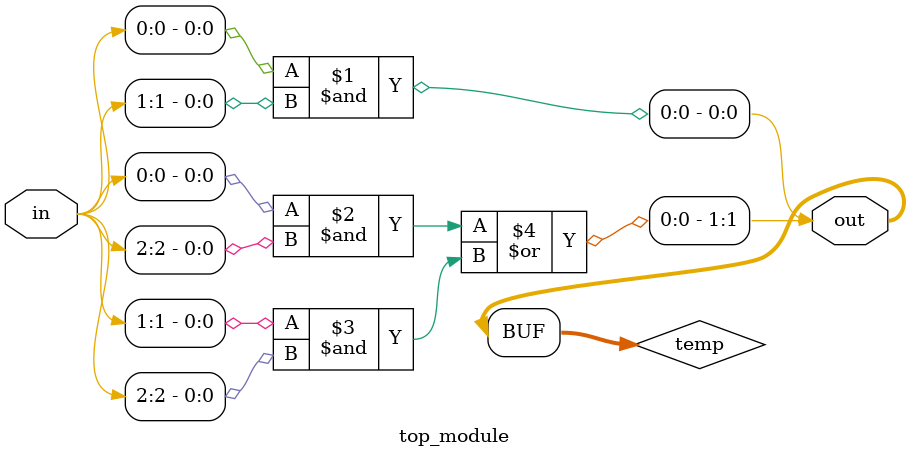
<source format=sv>
module top_module (
  input [2:0] in,
  output [1:0] out
);
  
  wire [1:0] temp;
  
  assign temp[0] = in[0] & in[1];
  assign temp[1] = in[0] & in[2] | in[1] & in[2];
  
  assign out = temp;
  
endmodule

</source>
